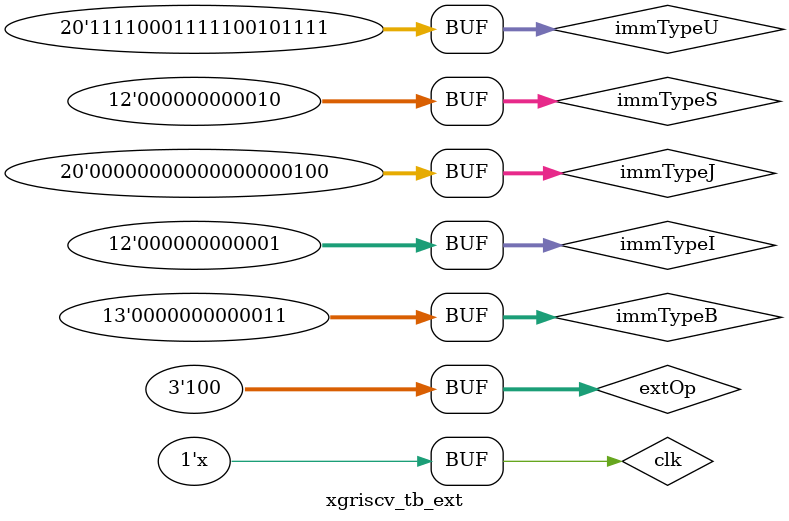
<source format=v>
`timescale 1ns/1ps
module xgriscv_tb_ext();
   
reg            clk;
reg   [11:0]	immTypeI;
reg   [11:0]	immTypeS;
reg   [12:0]	immTypeB;
reg   [19:0]	immTypeU;
reg   [19:0]	immTypeJ;
reg   [2:0]	   extOp;
wire  [31:0]   immout;

initial begin
   clk               = 0;
   immTypeI          = 1;
   immTypeS          = 2;
   immTypeB          = 3;
   immTypeU          = 20'hF1F2F;
   immTypeJ          = 4;
   extOp             = 3'b100;
end   
always #50 clk = ~clk;

ext xgriscv_ext(
   .clk(clk), 
   .immTypeI(immTypeI), 
   .immTypeS(immTypeS), 
   .immTypeB(immTypeB), 
   .immTypeU(immTypeU), 
   .immTypeJ(immTypeJ), 
   .extOp(extOp), 
   .immout(immout)
);
endmodule

</source>
